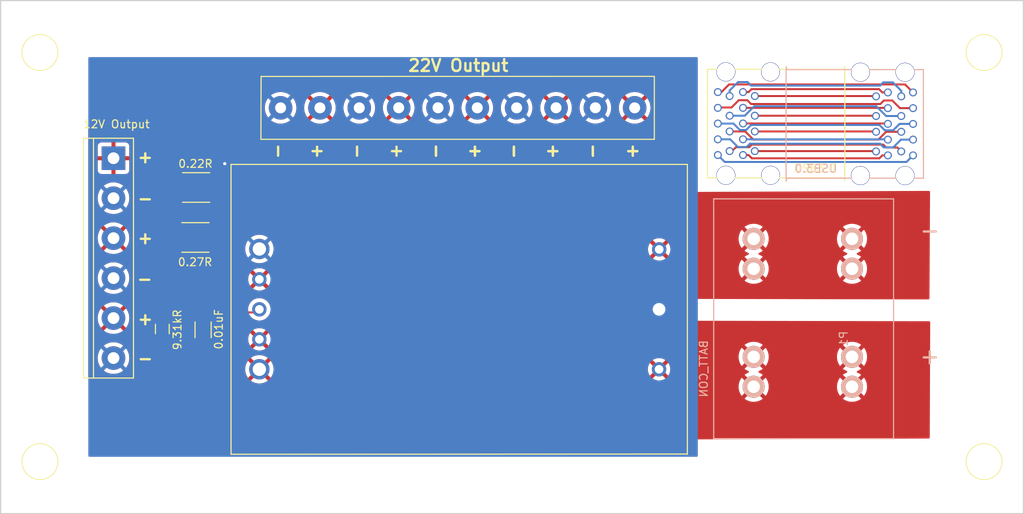
<source format=kicad_pcb>
(kicad_pcb (version 20221018) (generator pcbnew)
  (layers (0 "F.Cu" signal) (31 "B.Cu" signal) (34 "B.Paste" user) (35 "F.Paste" user) (36 "B.SilkS" user "B.Silkscreen") (37 "F.SilkS" user "F.Silkscreen") (38 "B.Mask" user) (39 "F.Mask" user) (44 "Edge.Cuts" user))
  (net 0 "")
  (net 1 "/-Vout")
  (net 2 "Net-(0.22-Pad2)")
  (net 3 "Net-(0.27-Pad2)")
  (net 4 "Net-(9.3182-Pad2)")
  (net 5 "GND")
  (net 6 "Net-(P1-Pad2)")
  (net 7 "Net-(USB1-Pad4)")
  (net 8 "Net-(USB1-Pad1)")
  (net 9 "Net-(USB1-Pad2)")
  (net 10 "Net-(USB1-Pad3)")
  (net 11 "Net-(USB1-Pad5)")
  (net 12 "Net-(USB1-Pad6)")
  (net 13 "Net-(USB1-Pad7)")
  (net 14 "Net-(USB1-Pad8)")
  (net 15 "Net-(USB1-Pad9)")
  (net 16 "Net-(USB1-Pad10)")
  (net 17 "Net-(USB1-Pad11)")
  (net 18 "Net-(USB1-Pad12)")
  (net 19 "Net-(USB1-Pad13)")
  (net 20 "Net-(USB1-Pad14)")
  (net 21 "Net-(USB1-Pad15)")
  (net 22 "Net-(USB1-Pad16)")
  (net 23 "Net-(USB1-Pad17)")
  (net 24 "Net-(USB1-Pad18)")
  (footprint "Resistors_SMD:R_1812" (layer "F.Cu") (at 73.16144 126.554538 180)
    (fp_text reference "0.22R" (at 0.09144 3.014538 180) (layer "F.SilkS"))
    (fp_text value "0.22")
    (fp_line (start -1.7272 -1.8796) (end 1.7272 -1.8796) (stroke (width 0.15)) (layer "F.SilkS"))
    (fp_line (start -1.7272 1.8796) (end 1.7272 1.8796) (stroke (width 0.15)) (layer "F.SilkS"))
    (pad "1" smd rect (at -2.4384 0 180) (size 1.6 3.5) (layers "F.Cu" "F.Paste" "F.Mask") (net 1 "/-Vout"))
    (pad "2" smd rect (at 2.4384 0 180) (size 1.6 3.5) (layers "F.Cu" "F.Paste" "F.Mask") (net 2 "Net-(0.22-Pad2)"))
  )
  (footprint "Resistors_SMD:R_1812" (layer "F.Cu") (at 73.05984 132.904538)
    (fp_text reference "0.27R" (at -0.03984 3.135462) (layer "F.SilkS"))
    (fp_text value "0.27")
    (fp_line (start -1.7272 -1.8796) (end 1.7272 -1.8796) (stroke (width 0.15)) (layer "F.SilkS"))
    (fp_line (start -1.7272 1.8796) (end 1.7272 1.8796) (stroke (width 0.15)) (layer "F.SilkS"))
    (pad "1" smd rect (at -2.4384 0) (size 1.6 3.5) (layers "F.Cu" "F.Paste" "F.Mask") (net 2 "Net-(0.22-Pad2)"))
    (pad "2" smd rect (at 2.4384 0) (size 1.6 3.5) (layers "F.Cu" "F.Paste" "F.Mask") (net 3 "Net-(0.27-Pad2)"))
  )
  (footprint "Resistors_SMD:R_0805" (layer "F.Cu") (at 68.856432 144.541686 90)
    (fp_text reference "9.31kR" (at -0.098314 1.913568 270) (layer "F.SilkS"))
    (fp_text value "9.3182")
    (fp_line (start -0.6 -0.875) (end 0.6 -0.875) (stroke (width 0.15)) (layer "F.SilkS"))
    (fp_line (start 0.6 0.875) (end -0.6 0.875) (stroke (width 0.15)) (layer "F.SilkS"))
    (pad "1" smd rect (at -0.95 0 90) (size 0.7 1.3) (layers "F.Cu" "F.Paste" "F.Mask"))
    (pad "2" smd rect (at 0.95 0 90) (size 0.7 1.3) (layers "F.Cu" "F.Paste" "F.Mask") (net 4 "Net-(9.3182-Pad2)"))
  )
  (footprint "Capacitors_SMD:C_1206" (layer "F.Cu") (at 74.038032 144.643286 90)
    (fp_text reference "0.01uF" (at 0.073286 1.981968 90) (layer "F.SilkS"))
    (fp_text value "0.01uF")
    (fp_line (start -1 1.025) (end 1 1.025) (stroke (width 0.15)) (layer "F.SilkS"))
    (fp_line (start 1 -1.025) (end -1 -1.025) (stroke (width 0.15)) (layer "F.SilkS"))
    (pad "1" smd rect (at -1.5 0 90) (size 1 1.6) (layers "F.Cu" "F.Paste" "F.Mask") (net 3 "Net-(0.27-Pad2)"))
    (pad "2" smd rect (at 1.5 0 90) (size 1 1.6) (layers "F.Cu" "F.Paste" "F.Mask") (net 4 "Net-(9.3182-Pad2)"))
  )
  (footprint "USST-footprints:Phoenix_Contact_Terminal_Block_1x10_1935242" (layer "F.Cu") (at 106.3887 116.432 180)
    (fp_text reference "J1" hide)
    (fp_text value "22V Output")
    (fp_line (start -25 -4) (end 25 -4) (stroke (width 0.15)) (layer "F.SilkS"))
    (fp_line (start -25 4) (end -25 -4) (stroke (width 0.15)) (layer "F.SilkS"))
    (fp_line (start 24.98 3.99) (end -25 4) (stroke (width 0.15)) (layer "F.SilkS"))
    (fp_line (start 25 -4) (end 24.98 3.99) (stroke (width 0.15)) (layer "F.SilkS"))
    (pad "1" thru_hole circle (at -22.5 0 180) (size 3 3) (drill 1.4) (layers "*.Cu" "*.Mask") (net 3 "Net-(0.27-Pad2)"))
    (pad "2" thru_hole circle (at -17.51 0.01 180) (size 3 3) (drill 1.4) (layers "*.Cu" "*.Mask") (net 1 "/-Vout"))
    (pad "3" thru_hole circle (at -12.51 0.01 180) (size 3 3) (drill 1.4) (layers "*.Cu" "*.Mask") (net 3 "Net-(0.27-Pad2)"))
    (pad "4" thru_hole circle (at -7.5 0 180) (size 3 3) (drill 1.4) (layers "*.Cu" "*.Mask") (net 1 "/-Vout"))
    (pad "5" thru_hole circle (at -2.5 0 180) (size 3 3) (drill 1.4) (layers "*.Cu" "*.Mask") (net 3 "Net-(0.27-Pad2)"))
    (pad "6" thru_hole circle (at 2.49 0.01 180) (size 3 3) (drill 1.4) (layers "*.Cu" "*.Mask") (net 1 "/-Vout"))
    (pad "7" thru_hole circle (at 7.49 0.01 180) (size 3 3) (drill 1.4) (layers "*.Cu" "*.Mask") (net 3 "Net-(0.27-Pad2)"))
    (pad "8" thru_hole circle (at 12.5 0 180) (size 3 3) (drill 1.4) (layers "*.Cu" "*.Mask") (net 1 "/-Vout"))
    (pad "9" thru_hole circle (at 17.5 0 180) (size 3 3) (drill 1.4) (layers "*.Cu" "*.Mask") (net 3 "Net-(0.27-Pad2)"))
    (pad "10" thru_hole circle (at 22.5 0 180) (size 3 3) (drill 1.4) (layers "*.Cu" "*.Mask") (net 1 "/-Vout"))
  )
  (footprint "USST-footprints:TerminalBlock_Pheonix_PT-5mm_6pol" (layer "F.Cu") (at 62.6491 122.8344 -90)
    (fp_text reference "J2" hide)
    (fp_text value "12V Output" (at -4.3244 -0.3709) (layer "F.SilkS"))
    (fp_line (start -2.54 -2.54) (end -2.54 2.54) (stroke (width 0.15)) (layer "F.SilkS"))
    (fp_line (start -2.54 2.54) (end -2.54 3.81) (stroke (width 0.15)) (layer "F.SilkS"))
    (fp_line (start -2.54 2.54) (end -1.27 2.54) (stroke (width 0.15)) (layer "F.SilkS"))
    (fp_line (start -2.54 3.81) (end 27.94 3.81) (stroke (width 0.15)) (layer "F.SilkS"))
    (fp_line (start -1.27 -2.54) (end -2.54 -2.54) (stroke (width 0.15)) (layer "F.SilkS"))
    (fp_line (start -1.27 2.54) (end 26.67 2.54) (stroke (width 0.15)) (layer "F.SilkS"))
    (fp_line (start 26.67 -2.54) (end -1.27 -2.54) (stroke (width 0.15)) (layer "F.SilkS"))
    (fp_line (start 26.67 -2.54) (end 27.94 -2.54) (stroke (width 0.15)) (layer "F.SilkS"))
    (fp_line (start 27.94 -2.54) (end 27.94 2.54) (stroke (width 0.15)) (layer "F.SilkS"))
    (fp_line (start 27.94 2.54) (end 26.67 2.54) (stroke (width 0.15)) (layer "F.SilkS"))
    (fp_line (start 27.94 3.81) (end 27.94 2.54) (stroke (width 0.15)) (layer "F.SilkS"))
    (pad "1" thru_hole rect (at 0 0 270) (size 3 3) (drill 1.5) (layers "*.Cu" "*.Mask") (net 2 "Net-(0.22-Pad2)"))
    (pad "2" thru_hole circle (at 5.08 0 270) (size 3 3) (drill 1.5) (layers "*.Cu" "*.Mask") (net 1 "/-Vout"))
    (pad "3" thru_hole circle (at 10.16 0 270) (size 3 3) (drill 1.5) (layers "*.Cu" "*.Mask") (net 2 "Net-(0.22-Pad2)"))
    (pad "4" thru_hole circle (at 15.24 0 270) (size 3 3) (drill 1.5) (layers "*.Cu" "*.Mask") (net 1 "/-Vout"))
    (pad "5" thru_hole circle (at 20.32 0 270) (size 3 3) (drill 1.5) (layers "*.Cu" "*.Mask") (net 2 "Net-(0.22-Pad2)"))
    (pad "6" thru_hole circle (at 25.4 0 270) (size 3 3) (drill 1.5) (layers "*.Cu" "*.Mask") (net 1 "/-Vout"))
  )
  (footprint "USST-footprints:IQL24040A050V_Power_Supply" (layer "F.Cu") (at 81.1887 149.662 180)
    (fp_text reference "U1" hide)
    (fp_text value "IQL24040A050V-009-R-ND")
    (fp_line (start -54.4 26.04) (end -54.4 -10.8) (stroke (width 0.15)) (layer "F.SilkS"))
    (fp_line (start -54.36 -10.77) (end 3.6 -10.8) (stroke (width 0.15)) (layer "F.SilkS"))
    (fp_line (start 3.6 -10.8) (end 3.6 26.04) (stroke (width 0.15)) (layer "F.SilkS"))
    (fp_line (start 3.6 26.04) (end -54.4 26.04) (stroke (width 0.15)) (layer "F.SilkS"))
    (pad "" np_thru_hole circle (at -50.8 7.62 180) (size 1.1 1.1) (drill 1.1) (layers "*.Cu" "*.Mask"))
    (pad "1" thru_hole circle (at -50.8 0 180) (size 1.83 1.83) (drill 1.1) (layers "*.Cu" "*.Mask") (net 6 "Net-(P1-Pad2)"))
    (pad "3" thru_hole circle (at -50.82 15.24 180) (size 1.83 1.83) (drill 1.1) (layers "*.Cu" "*.Mask") (net 5 "GND"))
    (pad "4" thru_hole circle (at 0 15.29 180) (size 2.59 2.59) (drill 1.7) (layers "*.Cu" "*.Mask") (net 1 "/-Vout"))
    (pad "6" thru_hole circle (at 0 7.62 180) (size 1.83 1.83) (drill 1.1) (layers "*.Cu" "*.Mask") (net 4 "Net-(9.3182-Pad2)"))
    (pad "7" thru_hole circle (at 0 3.81 180) (size 1.83 1.83) (drill 1.1) (layers "*.Cu" "*.Mask") (net 3 "Net-(0.27-Pad2)"))
    (pad "8" thru_hole circle (at 0 0 180) (size 2.59 2.59) (drill 1.7) (layers "*.Cu" "*.Mask") (net 3 "Net-(0.27-Pad2)"))
    (pad "8" thru_hole circle (at 0 11.43 180) (size 1.83 1.83) (drill 1.1) (layers "*.Cu" "*.Mask") (net 3 "Net-(0.27-Pad2)"))
  )
  (footprint "USST-footprints:USB-A_3.0_Stacked_WM10420-ND" (layer "F.Cu") (at 141.6616 119.0016 180)
    (fp_text reference "USB3.0" (at -10.14 -5.12 180) (layer "F.SilkS"))
    (fp_text value "CONN_02X09")
    (fp_line (start -13.94 -6.33) (end -13.94 7.47) (stroke (width 0.15)) (layer "F.SilkS"))
    (fp_line (start -13.94 7.47) (end 3.52 7.47) (stroke (width 0.15)) (layer "F.SilkS"))
    (fp_line (start 3.51 7.47) (end 3.52 -6.33) (stroke (width 0.15)) (layer "F.SilkS"))
    (fp_line (start 3.52 -6.33) (end -13.94 -6.33) (stroke (width 0.15)) (layer "F.SilkS"))
    (fp_arc (start -13.94 7.82) (mid -13.847487 7.576655) (end -13.61 7.47) (stroke (width 0.15)) (layer "F.SilkS"))
    (fp_arc (start -13.6 -6.33) (mid -13.844558 -6.439584) (end -13.94 -6.69) (stroke (width 0.15)) (layer "F.SilkS"))
    (pad "" thru_hole circle (at -4.5 -6 180) (size 2.4 2.4) (drill 2.3) (layers "*.Cu" "*.Mask"))
    (pad "" thru_hole circle (at -4.49 7.14 180) (size 2.4 2.4) (drill 2.3) (layers "*.Cu" "*.Mask"))
    (pad "" thru_hole circle (at 1.18 -6 180) (size 2.4 2.4) (drill 2.3) (layers "*.Cu" "*.Mask"))
    (pad "" thru_hole circle (at 1.18 7.14 180) (size 2.4 2.4) (drill 2.3) (layers "*.Cu" "*.Mask"))
    (pad "1" thru_hole circle (at -2.5 -2.93 180) (size 1 1) (drill 0.7) (layers "*.Cu" "*.Mask") (net 8 "Net-(USB1-Pad1)"))
    (pad "2" thru_hole circle (at -2.5 -0.43 180) (size 1 1) (drill 0.7) (layers "*.Cu" "*.Mask") (net 9 "Net-(USB1-Pad2)"))
    (pad "3" thru_hole circle (at -2.5 1.57 180) (size 1 1) (drill 0.7) (layers "*.Cu" "*.Mask") (net 10 "Net-(USB1-Pad3)"))
    (pad "4" thru_hole circle (at -2.5 4.07 180) (size 1 1) (drill 0.7) (layers "*.Cu" "*.Mask") (net 7 "Net-(USB1-Pad4)"))
    (pad "5" thru_hole circle (at -1 4.57 180) (size 1 1) (drill 0.7) (layers "*.Cu" "*.Mask") (net 11 "Net-(USB1-Pad5)"))
    (pad "6" thru_hole circle (at -1 2.57 180) (size 1 1) (drill 0.7) (layers "*.Cu" "*.Mask") (net 12 "Net-(USB1-Pad6)"))
    (pad "7" thru_hole circle (at -1 0.58 180) (size 1 1) (drill 0.7) (layers "*.Cu" "*.Mask") (net 13 "Net-(USB1-Pad7)"))
    (pad "8" thru_hole circle (at -1 -1.43 180) (size 1 1) (drill 0.7) (layers "*.Cu" "*.Mask") (net 14 "Net-(USB1-Pad8)"))
    (pad "9" thru_hole circle (at -1 -3.43 180) (size 1 1) (drill 0.7) (layers "*.Cu" "*.Mask") (net 15 "Net-(USB1-Pad9)"))
    (pad "10" thru_hole circle (at 0.7 -2.93 180) (size 1 1) (drill 0.7) (layers "*.Cu" "*.Mask") (net 16 "Net-(USB1-Pad10)"))
    (pad "11" thru_hole circle (at 0.7 -0.43 180) (size 1 1) (drill 0.7) (layers "*.Cu" "*.Mask") (net 17 "Net-(USB1-Pad11)"))
    (pad "12" thru_hole circle (at 0.7 1.57 180) (size 1 1) (drill 0.7) (layers "*.Cu" "*.Mask") (net 18 "Net-(USB1-Pad12)"))
    (pad "13" thru_hole circle (at 0.7 4.07 180) (size 1 1) (drill 0.7) (layers "*.Cu" "*.Mask") (net 19 "Net-(USB1-Pad13)"))
    (pad "14" thru_hole circle (at 2.2 4.57 180) (size 1 1) (drill 0.7) (layers "*.Cu" "*.Mask") (net 20 "Net-(USB1-Pad14)"))
    (pad "15" thru_hole circle (at 2.2 2.57 180) (size 1 1) (drill 0.7) (layers "*.Cu" "*.Mask") (net 21 "Net-(USB1-Pad15)"))
    (pad "16" thru_hole circle (at 2.2 0.57 180) (size 1 1) (drill 0.7) (layers "*.Cu" "*.Mask") (net 22 "Net-(USB1-Pad16)"))
    (pad "17" thru_hole circle (at 2.2 -1.43 180) (size 1 1) (drill 0.7) (layers "*.Cu" "*.Mask") (net 23 "Net-(USB1-Pad17)"))
    (pad "18" thru_hole circle (at 2.2 -3.43 180) (size 1 1) (drill 0.7) (layers "*.Cu" "*.Mask") (net 24 "Net-(USB1-Pad18)"))
  )
  (footprint "Connect:1pin" (layer "F.Cu") (at 53.3 109.4)
    (fp_text reference "REF**" hide)
    (fp_text value "1pin")
    (fp_circle (center 0 0) (end 0 -2.286) (stroke (width 0.12)) (fill none) (layer "F.SilkS"))
    (pad "" np_thru_hole circle (at 0 0) (size 3.2 3.2) (drill 3.2) (layers "*.Cu" "*.Mask"))
  )
  (footprint "Connect:1pin" (layer "F.Cu") (at 53.3 161.4)
    (fp_text reference "REF**" hide)
    (fp_text value "1pin")
    (fp_circle (center 0 0) (end 0 -2.286) (stroke (width 0.12)) (fill none) (layer "F.SilkS"))
    (pad "" np_thru_hole circle (at 0 0) (size 3.2 3.2) (drill 3.2) (layers "*.Cu" "*.Mask"))
  )
  (footprint "Connect:1pin" (layer "F.Cu") (at 173.3 161.4)
    (fp_text reference "REF**" hide)
    (fp_text value "1pin")
    (fp_circle (center 0 0) (end 0 -2.286) (stroke (width 0.12)) (fill none) (layer "F.SilkS"))
    (pad "" np_thru_hole circle (at 0 0) (size 3.2 3.2) (drill 3.2) (layers "*.Cu" "*.Mask"))
  )
  (footprint "Connect:1pin" (layer "F.Cu") (at 173.3 109.4)
    (fp_text reference "REF**" hide)
    (fp_text value "1pin")
    (fp_circle (center 0 0) (end 0 -2.286) (stroke (width 0.12)) (fill none) (layer "F.SilkS"))
    (pad "" np_thru_hole circle (at 0 0) (size 3.2 3.2) (drill 3.2) (layers "*.Cu" "*.Mask"))
  )
  (footprint "USST-footprints:Phoenix_Contact_1770539" (layer "B.Cu") (at 144.0148 133.0806 -90)
    (fp_text reference "P1" (at 12.7 -11.43 270) (layer "B.SilkS") (effects (justify mirror)))
    (fp_text value "BATT_CON" (at 16.51 6.35 270) (layer "B.SilkS") (effects (justify mirror)))
    (fp_line (start -5.08 -17.78) (end -5.08 5.08) (stroke (width 0.15)) (layer "B.SilkS"))
    (fp_line (start -5.08 5.08) (end -3.81 5.08) (stroke (width 0.15)) (layer "B.SilkS"))
    (fp_line (start -3.81 5.08) (end 25.4 5.08) (stroke (width 0.15)) (layer "B.SilkS"))
    (fp_line (start 25.4 -17.78) (end -5.08 -17.78) (stroke (width 0.15)) (layer "B.SilkS"))
    (fp_line (start 25.4 5.08) (end 25.4 -17.78) (stroke (width 0.15)) (layer "B.SilkS"))
    (pad "1" thru_hole circle (at 0 -12.5 270) (size 2.8 2.8) (drill 1.6) (layers "*.Cu" "*.Mask" "B.SilkS") (net 5 "GND"))
    (pad "1" thru_hole circle (at 0 0 270) (size 2.8 2.8) (drill 1.6) (layers "*.Cu" "*.Mask" "B.SilkS") (net 5 "GND"))
    (pad "1" thru_hole circle (at 3.8 -12.5 270) (size 2.8 2.8) (drill 1.6) (layers "*.Cu" "*.Mask" "B.SilkS") (net 5 "GND"))
    (pad "1" thru_hole circle (at 3.8 0 270) (size 2.8 2.8) (drill 1.6) (layers "*.Cu" "*.Mask" "B.SilkS") (net 5 "GND"))
    (pad "2" thru_hole circle (at 15 -12.5 270) (size 2.8 2.8) (drill 1.6) (layers "*.Cu" "*.Mask" "B.SilkS") (net 6 "Net-(P1-Pad2)"))
    (pad "2" thru_hole circle (at 15 0 270) (size 2.8 2.8) (drill 1.6) (layers "*.Cu" "*.Mask" "B.SilkS") (net 6 "Net-(P1-Pad2)"))
    (pad "2" thru_hole circle (at 18.8 -12.5 270) (size 2.8 2.8) (drill 1.6) (layers "*.Cu" "*.Mask" "B.SilkS") (net 6 "Net-(P1-Pad2)"))
    (pad "2" thru_hole circle (at 18.8 0 270) (size 2.8 2.8) (drill 1.6) (layers "*.Cu" "*.Mask" "B.SilkS") (net 6 "Net-(P1-Pad2)"))
  )
  (footprint "USST-footprints:USB-A_3.0_Stacked_WM10420-ND" (layer "B.Cu") (at 162.0745 119.0422)
    (fp_text reference "USB3.0" (at -10.14 5.12) (layer "B.SilkS") (effects (justify mirror)))
    (fp_text value "CONN_02X09")
    (fp_line (start -13.94 -7.47) (end 3.52 -7.47) (stroke (width 0.15)) (layer "B.SilkS"))
    (fp_line (start -13.94 6.33) (end -13.94 -7.47) (stroke (width 0.15)) (layer "B.SilkS"))
    (fp_line (start 3.51 -7.47) (end 3.52 6.33) (stroke (width 0.15)) (layer "B.SilkS"))
    (fp_line (start 3.52 6.33) (end -13.94 6.33) (stroke (width 0.15)) (layer "B.SilkS"))
    (fp_arc (start -13.94 6.69) (mid -13.844558 6.439584) (end -13.6 6.33) (stroke (width 0.15)) (layer "B.SilkS"))
    (fp_arc (start -13.61 -7.47) (mid -13.847487 -7.576655) (end -13.94 -7.82) (stroke (width 0.15)) (layer "B.SilkS"))
    (pad "" thru_hole circle (at -4.5 6) (size 2.4 2.4) (drill 2.3) (layers "*.Cu" "*.Mask"))
    (pad "" thru_hole circle (at -4.49 -7.14) (size 2.4 2.4) (drill 2.3) (layers "*.Cu" "*.Mask"))
    (pad "" thru_hole circle (at 1.18 -7.14) (size 2.4 2.4) (drill 2.3) (layers "*.Cu" "*.Mask"))
    (pad "" thru_hole circle (at 1.18 6) (size 2.4 2.4) (drill 2.3) (layers "*.Cu" "*.Mask"))
    (pad "1" thru_hole circle (at -2.5 2.93) (size 1 1) (drill 0.7) (layers "*.Cu" "*.Mask") (net 8 "Net-(USB1-Pad1)"))
    (pad "2" thru_hole circle (at -2.5 0.43) (size 1 1) (drill 0.7) (layers "*.Cu" "*.Mask") (net 9 "Net-(USB1-Pad2)"))
    (pad "3" thru_hole circle (at -2.5 -1.57) (size 1 1) (drill 0.7) (layers "*.Cu" "*.Mask") (net 10 "Net-(USB1-Pad3)"))
    (pad "4" thru_hole circle (at -2.5 -4.07) (size 1 1) (drill 0.7) (layers "*.Cu" "*.Mask") (net 7 "Net-(USB1-Pad4)"))
    (pad "5" thru_hole circle (at -1 -4.57) (size 1 1) (drill 0.7) (layers "*.Cu" "*.Mask") (net 11 "Net-(USB1-Pad5)"))
    (pad "6" thru_hole circle (at -1 -2.57) (size 1 1) (drill 0.7) (layers "*.Cu" "*.Mask") (net 12 "Net-(USB1-Pad6)"))
    (pad "7" thru_hole circle (at -1 -0.58) (size 1 1) (drill 0.7) (layers "*.Cu" "*.Mask") (net 13 "Net-(USB1-Pad7)"))
    (pad "8" thru_hole circle (at -1 1.43) (size 1 1) (drill 0.7) (layers "*.Cu" "*.Mask") (net 14 "Net-(USB1-Pad8)"))
    (pad "9" thru_hole circle (at -1 3.43) (size 1 1) (drill 0.7) (layers "*.Cu" "*.Mask") (net 15 "Net-(USB1-Pad9)"))
    (pad "10" thru_hole circle (at 0.7 2.93) (size 1 1) (drill 0.7) (layers "*.Cu" "*.Mask") (net 16 "Net-(USB1-Pad10)"))
    (pad "11" thru_hole circle (at 0.7 0.43) (size 1 1) (drill 0.7) (layers "*.Cu" "*.Mask") (net 17 "Net-(USB1-Pad11)"))
    (pad "12" thru_hole circle (at 0.7 -1.57) (size 1 1) (drill 0.7) (layers "*.Cu" "*.Mask") (net 18 "Net-(USB1-Pad12)"))
    (pad "13" thru_hole circle (at 0.7 -4.07) (size 1 1) (drill 0.7) (layers "*.Cu" "*.Mask") (net 19 "Net-(USB1-Pad13)"))
    (pad "14" thru_hole circle (at 2.2 -4.57) (size 1 1) (drill 0.7) (layers "*.Cu" "*.Mask") (net 20 "Net-(USB1-Pad14)"))
    (pad "15" thru_hole circle (at 2.2 -2.57) (size 1 1) (drill 0.7) (layers "*.Cu" "*.Mask") (net 21 "Net-(USB1-Pad15)"))
    (pad "16" thru_hole circle (at 2.2 -0.57) (size 1 1) (drill 0.7) (layers "*.Cu" "*.Mask") (net 22 "Net-(USB1-Pad16)"))
    (pad "17" thru_hole circle (at 2.2 1.43) (size 1 1) (drill 0.7) (layers "*.Cu" "*.Mask") (net 23 "Net-(USB1-Pad17)"))
    (pad "18" thru_hole circle (at 2.2 3.43) (size 1 1) (drill 0.7) (layers "*.Cu" "*.Mask") (net 24 "Net-(USB1-Pad18)"))
  )
  (gr_line (start 178.3 102.8) (end 178.3 168) (stroke (width 0.15)) (layer "Edge.Cuts"))
  (gr_line (start 48.3 102.8) (end 48.3 168) (stroke (width 0.15)) (layer "Edge.Cuts"))
  (gr_line (start 178.3 102.8) (end 48.3 102.8) (stroke (width 0.15)) (layer "Edge.Cuts"))
  (gr_line (start 48.3 168) (end 178.3 168) (stroke (width 0.15)) (layer "Edge.Cuts"))
  (gr_text "-" (at 166.4 132) (layer "B.SilkS") (effects (font (size 2 2) (thickness 0.3)) (justify mirror)))
  (gr_text "+" (at 166.4 148) (layer "B.SilkS") (effects (font (size 2 2) (thickness 0.3)) (justify mirror)))
  (gr_text "-\n" (at 103.530921 121.937621 90) (layer "F.SilkS") (effects (font (size 1.5 1.5) (thickness 0.3))))
  (gr_text "+" (at 108.483921 121.937621 90) (layer "F.SilkS") (effects (font (size 1.5 1.5) (thickness 0.3))))
  (gr_text "-\n" (at 113.436921 121.937621 90) (layer "F.SilkS") (effects (font (size 1.5 1.5) (thickness 0.3))))
  (gr_text "+" (at 118.389921 121.937621 90) (layer "F.SilkS") (effects (font (size 1.5 1.5) (thickness 0.3))))
  (gr_text "-\n" (at 123.469921 121.937621 90) (layer "F.SilkS") (effects (font (size 1.5 1.5) (thickness 0.3))))
  (gr_text "+" (at 128.549921 121.937621 90) (layer "F.SilkS") (effects (font (size 1.5 1.5) (thickness 0.3))))
  (gr_text "+" (at 118.389921 121.937621 90) (layer "F.SilkS") (effects (font (size 1.5 1.5) (thickness 0.3))))
  (gr_text "-\n" (at 66.6242 138.176) (layer "F.SilkS") (effects (font (size 1.5 1.5) (thickness 0.3))))
  (gr_text "-\n" (at 83.464921 121.937621 90) (layer "F.SilkS") (effects (font (size 1.5 1.5) (thickness 0.3))))
  (gr_text "-\n" (at 93.497921 121.937621 90) (layer "F.SilkS") (effects (font (size 1.5 1.5) (thickness 0.3))))
  (gr_text "-\n" (at 103.530921 121.937621 90) (layer "F.SilkS") (effects (font (size 1.5 1.5) (thickness 0.3))))
  (gr_text "+" (at 88.417921 121.937621 90) (layer "F.SilkS") (effects (font (size 1.5 1.5) (thickness 0.3))))
  (gr_text "+" (at 66.6877 143.256) (layer "F.SilkS") (effects (font (size 1.5 1.5) (thickness 0.3))))
  (gr_text "+" (at 128.549921 121.937621 90) (layer "F.SilkS") (effects (font (size 1.5 1.5) (thickness 0.3))))
  (gr_text "+" (at 66.6877 122.682) (layer "F.SilkS") (effects (font (size 1.5 1.5) (thickness 0.3))))
  (gr_text "22V Output\n" (at 106.48 111.06) (layer "F.SilkS") (effects (font (size 1.5 1.5) (thickness 0.3))))
  (gr_text "-\n" (at 66.6877 127.9525) (layer "F.SilkS") (effects (font (size 1.5 1.5) (thickness 0.3))))
  (gr_text "+" (at 98.514421 121.937621 90) (layer "F.SilkS") (effects (font (size 1.5 1.5) (thickness 0.3))))
  (gr_text "-\n" (at 123.469921 121.937621 90) (layer "F.SilkS") (effects (font (size 1.5 1.5) (thickness 0.3))))
  (gr_text "+" (at 108.483921 121.937621 90) (layer "F.SilkS") (effects (font (size 1.5 1.5) (thickness 0.3))))
  (gr_text "-\n" (at 66.6877 148.2725) (layer "F.SilkS") (effects (font (size 1.5 1.5) (thickness 0.3))))
  (gr_text "+" (at 66.6877 132.969) (layer "F.SilkS") (effects (font (size 1.5 1.5) (thickness 0.3))))
  (gr_text "-\n" (at 113.436921 121.937621 90) (layer "F.SilkS") (effects (font (size 1.5 1.5) (thickness 0.3))))
  (segment (start 75.59984 126.554538) (end 75.59984 125.604538) (width 0.25) (layer "F.Cu") (net 1))
  (segment (start 75.59984 125.604538) (end 76.7887 124.415678) (width 0.25) (layer "F.Cu") (net 1))
  (segment (start 76.7887 124.415678) (end 76.7887 123.532) (width 0.25) (layer "F.Cu") (net 1))
  (via (at 76.7887 123.532) (size 0.6) (drill 0.4) (layers "F.Cu" "B.Cu") (net 1))
  (segment (start 76.54824 132.904538) (end 78.275702 134.632) (width 0.25) (layer "F.Cu") (net 3))
  (segment (start 75.49824 132.904538) (end 76.54824 132.904538) (width 0.25) (layer "F.Cu") (net 3))
  (segment (start 78.275702 134.632) (end 78.6887 134.632) (width 0.25) (layer "F.Cu") (net 3))
  (segment (start 74.038032 143.143286) (end 69.304832 143.143286) (width 0.25) (layer "F.Cu") (net 4))
  (segment (start 81.1887 142.432) (end 74.749318 142.432) (width 0.25) (layer "F.Cu") (net 4))
  (segment (start 69.304832 143.143286) (end 68.856432 143.591686) (width 0.25) (layer "F.Cu") (net 4))
  (segment (start 74.749318 142.432) (end 74.038032 143.143286) (width 0.25) (layer "F.Cu") (net 4))
  (segment (start 159.5339 114.9316) (end 159.5745 114.9722) (width 0.25) (layer "F.Cu") (net 7))
  (segment (start 144.1616 114.9316) (end 159.5339 114.9316) (width 0.25) (layer "F.Cu") (net 7))
  (segment (start 159.5339 121.9316) (end 159.5745 121.9722) (width 0.25) (layer "F.Cu") (net 8))
  (segment (start 144.1616 121.9316) (end 159.5339 121.9316) (width 0.25) (layer "F.Cu") (net 8))
  (segment (start 144.1616 119.4316) (end 159.5339 119.4316) (width 0.25) (layer "F.Cu") (net 9))
  (segment (start 159.5339 119.4316) (end 159.5745 119.4722) (width 0.25) (layer "F.Cu") (net 9))
  (segment (start 159.5339 117.4316) (end 159.5745 117.4722) (width 0.25) (layer "F.Cu") (net 10))
  (segment (start 144.1616 117.4316) (end 159.5339 117.4316) (width 0.25) (layer "F.Cu") (net 10))
  (segment (start 143.743696 114.05661) (end 159.951804 114.05661) (width 0.25) (layer "F.Cu") (net 11))
  (segment (start 160.367394 114.4722) (end 161.0745 114.4722) (width 0.25) (layer "F.Cu") (net 11))
  (segment (start 142.6616 114.4316) (end 143.368706 114.4316) (width 0.25) (layer "F.Cu") (net 11))
  (segment (start 143.368706 114.4316) (end 143.743696 114.05661) (width 0.25) (layer "F.Cu") (net 11))
  (segment (start 159.951804 114.05661) (end 160.367394 114.4722) (width 0.25) (layer "F.Cu") (net 11))
  (segment (start 161.0339 116.4316) (end 161.0745 116.4722) (width 0.25) (layer "F.Cu") (net 12))
  (segment (start 142.6616 116.4316) (end 161.0339 116.4316) (width 0.25) (layer "F.Cu") (net 12))
  (segment (start 161.0339 118.4216) (end 161.0745 118.4622) (width 0.25) (layer "F.Cu") (net 13))
  (segment (start 142.6616 118.4216) (end 161.0339 118.4216) (width 0.25) (layer "F.Cu") (net 13))
  (segment (start 161.0339 120.4316) (end 161.0745 120.4722) (width 0.25) (layer "F.Cu") (net 14))
  (segment (start 142.6616 120.4316) (end 161.0339 120.4316) (width 0.25) (layer "B.Cu") (net 14))
  (segment (start 142.6616 122.4316) (end 143.368706 122.4316) (width 0.25) (layer "F.Cu") (net 15))
  (segment (start 143.368706 122.4316) (end 143.784296 122.84719) (width 0.25) (layer "F.Cu") (net 15))
  (segment (start 160.367394 122.4722) (end 161.0745 122.4722) (width 0.25) (layer "F.Cu") (net 15))
  (segment (start 159.992404 122.84719) (end 160.367394 122.4722) (width 0.25) (layer "F.Cu") (net 15))
  (segment (start 143.784296 122.84719) (end 159.992404 122.84719) (width 0.25) (layer "F.Cu") (net 15))
  (segment (start 141.264849 121.9316) (end 141.764848 121.431601) (width 0.25) (layer "F.Cu") (net 16))
  (segment (start 160.487897 121.106599) (end 160.853499 121.472201) (width 0.25) (layer "F.Cu") (net 16))
  (segment (start 143.440597 121.431601) (end 143.765599 121.106599) (width 0.25) (layer "F.Cu") (net 16))
  (segment (start 160.853499 121.472201) (end 162.274501 121.472201) (width 0.25) (layer "F.Cu") (net 16))
  (segment (start 140.9616 121.9316) (end 141.264849 121.9316) (width 0.25) (layer "F.Cu") (net 16))
  (segment (start 141.764848 121.431601) (end 143.440597 121.431601) (width 0.25) (layer "F.Cu") (net 16))
  (segment (start 143.765599 121.106599) (end 160.487897 121.106599) (width 0.25) (layer "F.Cu") (net 16))
  (segment (start 162.274501 121.472201) (end 162.7745 121.9722) (width 0.25) (layer "F.Cu") (net 16))
  (segment (start 140.9616 119.4316) (end 142.940598 119.4316) (width 0.25) (layer "F.Cu") (net 17))
  (segment (start 142.940598 119.4316) (end 143.976061 120.467063) (width 0.25) (layer "F.Cu") (net 17))
  (segment (start 160.853498 119.4722) (end 162.067394 119.4722) (width 0.25) (layer "F.Cu") (net 17))
  (segment (start 143.976061 120.467063) (end 159.858635 120.467063) (width 0.25) (layer "F.Cu") (net 17))
  (segment (start 159.858635 120.467063) (end 160.853498 119.4722) (width 0.25) (layer "F.Cu") (net 17))
  (segment (start 162.067394 119.4722) (end 162.7745 119.4722) (width 0.25) (layer "F.Cu") (net 17))
  (segment (start 144.083802 116.2304) (end 159.611698 116.2304) (width 0.25) (layer "B.Cu") (net 18))
  (segment (start 162.067394 117.4722) (end 162.7745 117.4722) (width 0.25) (layer "B.Cu") (net 18))
  (segment (start 159.611698 116.2304) (end 160.853498 117.4722) (width 0.25) (layer "B.Cu") (net 18))
  (segment (start 142.882602 117.4316) (end 144.083802 116.2304) (width 0.25) (layer "B.Cu") (net 18))
  (segment (start 140.9616 117.4316) (end 142.882602 117.4316) (width 0.25) (layer "B.Cu") (net 18))
  (segment (start 160.853498 117.4722) (end 162.067394 117.4722) (width 0.25) (layer "B.Cu") (net 18))
  (segment (start 142.029506 113.156588) (end 143.244001 113.156588) (width 0.25) (layer "B.Cu") (net 19))
  (segment (start 160.082689 113.606599) (end 160.492099 113.197188) (width 0.25) (layer "B.Cu") (net 19))
  (segment (start 140.9616 114.9316) (end 140.9616 114.224494) (width 0.25) (layer "B.Cu") (net 19))
  (segment (start 143.244001 113.156588) (end 143.694011 113.606599) (width 0.25) (layer "B.Cu") (net 19))
  (segment (start 161.706594 113.197188) (end 162.7745 114.265094) (width 0.25) (layer "B.Cu") (net 19))
  (segment (start 160.492099 113.197188) (end 161.706594 113.197188) (width 0.25) (layer "B.Cu") (net 19))
  (segment (start 140.9616 114.224494) (end 142.029506 113.156588) (width 0.25) (layer "B.Cu") (net 19))
  (segment (start 162.7745 114.265094) (end 162.7745 114.9722) (width 0.25) (layer "B.Cu") (net 19))
  (segment (start 143.694011 113.606599) (end 160.082689 113.606599) (width 0.25) (layer "B.Cu") (net 19))
  (segment (start 163.259816 113.457516) (end 164.2745 114.4722) (width 0.25) (layer "F.Cu") (net 20))
  (segment (start 139.913605 114.4316) (end 140.887689 113.457516) (width 0.25) (layer "F.Cu") (net 20))
  (segment (start 139.4616 114.4316) (end 139.913605 114.4316) (width 0.25) (layer "F.Cu") (net 20))
  (segment (start 140.887689 113.457516) (end 163.259816 113.457516) (width 0.25) (layer "F.Cu") (net 20))
  (segment (start 160.110794 115.947175) (end 160.56194 115.496029) (width 0.25) (layer "F.Cu") (net 21))
  (segment (start 143.203922 115.463372) (end 143.687725 115.947175) (width 0.25) (layer "F.Cu") (net 21))
  (segment (start 161.635551 115.496029) (end 162.611722 116.4722) (width 0.25) (layer "F.Cu") (net 21))
  (segment (start 142.122315 115.463372) (end 143.203922 115.463372) (width 0.25) (layer "F.Cu") (net 21))
  (segment (start 163.567394 116.4722) (end 164.2745 116.4722) (width 0.25) (layer "F.Cu") (net 21))
  (segment (start 139.508003 116.385197) (end 141.20049 116.385197) (width 0.25) (layer "F.Cu") (net 21))
  (segment (start 143.687725 115.947175) (end 160.110794 115.947175) (width 0.25) (layer "F.Cu") (net 21))
  (segment (start 141.20049 116.385197) (end 142.122315 115.463372) (width 0.25) (layer "F.Cu") (net 21))
  (segment (start 162.611722 116.4722) (end 163.567394 116.4722) (width 0.25) (layer "F.Cu") (net 21))
  (segment (start 160.56194 115.496029) (end 161.635551 115.496029) (width 0.25) (layer "F.Cu") (net 21))
  (segment (start 139.4616 116.4316) (end 139.508003 116.385197) (width 0.25) (layer "F.Cu") (net 21))
  (segment (start 160.678499 119.287201) (end 161.738497 119.287201) (width 0.25) (layer "B.Cu") (net 22))
  (segment (start 162.553498 118.4722) (end 163.567394 118.4722) (width 0.25) (layer "B.Cu") (net 22))
  (segment (start 159.997897 118.606599) (end 160.678499 119.287201) (width 0.25) (layer "B.Cu") (net 22))
  (segment (start 141.450598 118.4316) (end 142.265599 119.246601) (width 0.25) (layer "B.Cu") (net 22))
  (segment (start 143.697603 118.606599) (end 159.997897 118.606599) (width 0.25) (layer "B.Cu") (net 22))
  (segment (start 143.057601 119.246601) (end 143.697603 118.606599) (width 0.25) (layer "B.Cu") (net 22))
  (segment (start 161.738497 119.287201) (end 162.553498 118.4722) (width 0.25) (layer "B.Cu") (net 22))
  (segment (start 142.265599 119.246601) (end 143.057601 119.246601) (width 0.25) (layer "B.Cu") (net 22))
  (segment (start 139.4616 118.4316) (end 141.450598 118.4316) (width 0.25) (layer "B.Cu") (net 22))
  (segment (start 163.567394 118.4722) (end 164.2745 118.4722) (width 0.25) (layer "B.Cu") (net 22))
  (segment (start 160.534051 121.450884) (end 161.766118 121.450884) (width 0.25) (layer "B.Cu") (net 23))
  (segment (start 161.766118 121.450884) (end 162.744802 120.4722) (width 0.25) (layer "B.Cu") (net 23))
  (segment (start 139.4616 120.4316) (end 141.031865 120.4316) (width 0.25) (layer "B.Cu") (net 23))
  (segment (start 143.106096 121.424246) (end 143.540342 120.99) (width 0.25) (layer "B.Cu") (net 23))
  (segment (start 143.540342 120.99) (end 160.073167 120.99) (width 0.25) (layer "B.Cu") (net 23))
  (segment (start 142.024511 121.424246) (end 143.106096 121.424246) (width 0.25) (layer "B.Cu") (net 23))
  (segment (start 160.073167 120.99) (end 160.534051 121.450884) (width 0.25) (layer "B.Cu") (net 23))
  (segment (start 162.744802 120.4722) (end 163.567394 120.4722) (width 0.25) (layer "B.Cu") (net 23))
  (segment (start 141.031865 120.4316) (end 142.024511 121.424246) (width 0.25) (layer "B.Cu") (net 23))
  (segment (start 163.567394 120.4722) (end 164.2745 120.4722) (width 0.25) (layer "B.Cu") (net 23))
  (segment (start 139.4616 122.4316) (end 140.338291 123.308291) (width 0.25) (layer "B.Cu") (net 24))
  (segment (start 163.438409 123.308291) (end 163.774501 122.972199) (width 0.25) (layer "B.Cu") (net 24))
  (segment (start 163.774501 122.972199) (end 164.2745 122.4722) (width 0.25) (layer "B.Cu") (net 24))
  (segment (start 140.338291 123.308291) (end 163.438409 123.308291) (width 0.25) (layer "B.Cu") (net 24))
  (zone (net 3) (net_name "Net-(0.27-Pad2)") (layer "F.Cu") (connect_pads (clearance 0.508)) (min_thickness 0.254) (fill yes (thermal_gap 0.508) (thermal_bridge_width 0.508))
    (polygon (pts (xy 77.1017 137.16) (xy 67.0687 137.16) (xy 67.0687 152.4) (xy 119.1387 152.4) (xy 119.1387 121.412) (xy 131.8387 121.412) (xy 131.8387 112.522) (xy 79.7687 112.522) (xy 78.4987 112.522) (xy 78.4987 137.16) (xy 78.2447 137.16)))
  )
  (zone (net 6) (net_name "Net-(P1-Pad2)") (layer "F.Cu") (connect_pads (clearance 0.508)) (min_thickness 0.254) (fill yes (thermal_gap 0.508) (thermal_bridge_width 0.508))
    (polygon (pts (xy 128.98 143.48) (xy 166.4531 143.5524) (xy 166.3954 158.4579) (xy 129.1844 158.5976) (xy 129.032 146.8882)))
  )
  (zone (net 5) (net_name "GND") (layer "F.Cu") (connect_pads (clearance 0.508)) (min_thickness 0.254) (fill yes (thermal_gap 0.508) (thermal_bridge_width 0.508))
    (polygon (pts (xy 129.1463 127.1524) (xy 166.4335 126.9873) (xy 166.3573 140.7795) (xy 129.159 140.7033) (xy 129.159 127.1524)))
  )
  (zone (net 2) (net_name "Net-(0.22-Pad2)") (layer "F.Cu") (connect_pads (clearance 0.508)) (min_thickness 0.254) (fill yes (thermal_gap 0.508) (thermal_bridge_width 0.508))
    (polygon (pts (xy 73.4187 135.382) (xy 73.4187 118.872) (xy 59.4487 118.872) (xy 59.4487 150.749) (xy 65.7987 150.749) (xy 65.7987 135.382)))
  )
  (zone (net 1) (net_name "/-Vout") (layer "B.Cu") (connect_pads (clearance 0.508)) (min_thickness 0.254) (fill yes (thermal_gap 0.508) (thermal_bridge_width 0.508))
    (polygon (pts (xy 59.4487 109.982) (xy 59.4487 160.782) (xy 136.9187 160.782) (xy 136.9187 109.982)))
  )
)
</source>
